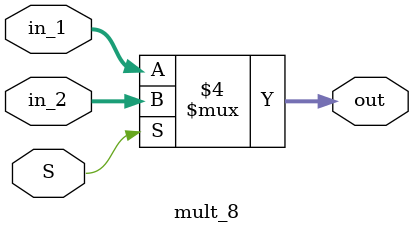
<source format=v>
module mult_8(
    input wire [7:0]in_1, in_2,
    input wire S,
    output reg [7:0]out
);

always @*
begin
    if(S==0)
        out <= in_1;
    else
        out <= in_2;
end

endmodule
</source>
